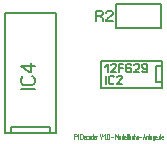
<source format=gbr>
%FSLAX34Y34*%
%MOMM*%
%LNSILK_TOP*%
G71*
G01*
%ADD10C,0.150*%
%ADD11C,0.127*%
%ADD12C,0.206*%
%ADD13C,0.159*%
%ADD14C,0.031*%
%LPD*%
G54D10*
X175859Y926100D02*
X175859Y949100D01*
X124759Y949100D01*
X124759Y926100D01*
X175859Y926100D01*
G54D10*
X175859Y931100D02*
X175859Y944100D01*
X170859Y944100D01*
X170859Y931100D01*
X175859Y931100D01*
G54D11*
X128625Y929198D02*
X128625Y936309D01*
G54D11*
X135381Y930531D02*
X134847Y929642D01*
X133781Y929198D01*
X132714Y929198D01*
X131647Y929642D01*
X131114Y930531D01*
X131114Y934976D01*
X131647Y935865D01*
X132714Y936309D01*
X133781Y936309D01*
X134847Y935865D01*
X135381Y934976D01*
G54D11*
X142137Y929198D02*
X137870Y929198D01*
X137870Y929642D01*
X138403Y930531D01*
X141603Y933198D01*
X142137Y934087D01*
X142137Y934976D01*
X141603Y935865D01*
X140537Y936309D01*
X139470Y936309D01*
X138403Y935865D01*
X137870Y934976D01*
G54D11*
X127669Y943664D02*
X130335Y946331D01*
X130335Y939220D01*
G54D11*
X137091Y939220D02*
X132825Y939220D01*
X132825Y939664D01*
X133358Y940553D01*
X136558Y943220D01*
X137091Y944108D01*
X137091Y944997D01*
X136558Y945886D01*
X135491Y946331D01*
X134425Y946331D01*
X133358Y945886D01*
X132825Y944997D01*
G54D11*
X139581Y939220D02*
X139581Y946331D01*
X143314Y946331D01*
G54D11*
X139581Y942775D02*
X143314Y942775D01*
G54D11*
X150069Y944997D02*
X149536Y945886D01*
X148469Y946331D01*
X147403Y946331D01*
X146336Y945886D01*
X145803Y944997D01*
X145803Y942775D01*
X145803Y942331D01*
X147403Y943220D01*
X148469Y943220D01*
X149536Y942775D01*
X150069Y941886D01*
X150069Y940553D01*
X149536Y939664D01*
X148469Y939220D01*
X147403Y939220D01*
X146336Y939664D01*
X145803Y940553D01*
X145803Y942775D01*
G54D11*
X156825Y939220D02*
X152559Y939220D01*
X152559Y939664D01*
X153092Y940553D01*
X156292Y943220D01*
X156825Y944108D01*
X156825Y944997D01*
X156292Y945886D01*
X155225Y946331D01*
X154159Y946331D01*
X153092Y945886D01*
X152559Y944997D01*
G54D11*
X159315Y940553D02*
X159848Y939664D01*
X160915Y939220D01*
X161981Y939220D01*
X163048Y939664D01*
X163581Y940553D01*
X163581Y942775D01*
X163581Y943220D01*
X161981Y942331D01*
X160915Y942331D01*
X159848Y942775D01*
X159315Y943664D01*
X159315Y944997D01*
X159848Y945886D01*
X160915Y946331D01*
X161981Y946331D01*
X163048Y945886D01*
X163581Y944997D01*
X163581Y942775D01*
G54D10*
X43000Y887834D02*
X86000Y887834D01*
X86000Y989734D01*
X43000Y989734D01*
X43000Y887834D01*
G54D10*
X48000Y887834D02*
X81000Y887834D01*
X81000Y892834D01*
X48000Y892834D01*
X48000Y887834D01*
G54D12*
X68155Y924699D02*
X56600Y924699D01*
G54D12*
X65989Y935677D02*
X67433Y934810D01*
X68155Y933077D01*
X68155Y931343D01*
X67433Y929610D01*
X65989Y928743D01*
X58766Y928743D01*
X57322Y929610D01*
X56600Y931343D01*
X56600Y933077D01*
X57322Y934810D01*
X58766Y935677D01*
G54D12*
X68155Y944920D02*
X56600Y944920D01*
X63822Y939720D01*
X65266Y939720D01*
X65266Y946654D01*
G54D10*
X137020Y976859D02*
X137020Y996859D01*
X175020Y996859D01*
X175020Y976859D01*
X137020Y976859D01*
G54D13*
X123062Y986938D02*
X125062Y985826D01*
X125728Y984715D01*
X125728Y982493D01*
G54D13*
X120395Y982493D02*
X120395Y991382D01*
X123728Y991382D01*
X125062Y990826D01*
X125728Y989715D01*
X125728Y988604D01*
X125062Y987493D01*
X123728Y986938D01*
X120395Y986938D01*
G54D13*
X134172Y982493D02*
X128839Y982493D01*
X128839Y983049D01*
X129506Y984160D01*
X133506Y987493D01*
X134172Y988604D01*
X134172Y989715D01*
X133506Y990826D01*
X132172Y991382D01*
X130839Y991382D01*
X129506Y990826D01*
X128839Y989715D01*
G54D14*
X101600Y882650D02*
X101600Y887094D01*
X103156Y887094D01*
G54D14*
X101600Y884872D02*
X103156Y884872D01*
G54D14*
X104045Y885428D02*
X105156Y887094D01*
X105156Y882650D01*
G54D14*
X106978Y882650D02*
X106978Y887094D01*
X108089Y887094D01*
X108534Y886817D01*
X108756Y886261D01*
X108756Y883483D01*
X108534Y882928D01*
X108089Y882650D01*
X106978Y882650D01*
G54D14*
X110978Y882928D02*
X110623Y882650D01*
X110178Y882650D01*
X109734Y882928D01*
X109645Y883483D01*
X109645Y884428D01*
X109867Y884983D01*
X110312Y885150D01*
X110756Y884983D01*
X110978Y884594D01*
X110978Y884039D01*
X109645Y884039D01*
G54D14*
X112978Y884983D02*
X112534Y885150D01*
X112089Y884983D01*
X111867Y884428D01*
X111867Y883317D01*
X112089Y882761D01*
X112534Y882650D01*
X112978Y882761D01*
G54D14*
X115200Y883317D02*
X115200Y884428D01*
X114978Y884983D01*
X114534Y885150D01*
X114089Y884983D01*
X113867Y884428D01*
X113867Y883317D01*
X114089Y882761D01*
X114534Y882650D01*
X114978Y882761D01*
X115200Y883317D01*
G54D14*
X117422Y882650D02*
X117422Y887094D01*
G54D14*
X117422Y884428D02*
X117200Y884983D01*
X116756Y885150D01*
X116311Y884983D01*
X116089Y884428D01*
X116089Y883317D01*
X116311Y882761D01*
X116756Y882650D01*
X117200Y882761D01*
X117422Y883317D01*
G54D14*
X119644Y882928D02*
X119289Y882650D01*
X118844Y882650D01*
X118400Y882928D01*
X118311Y883483D01*
X118311Y884428D01*
X118533Y884983D01*
X118978Y885150D01*
X119422Y884983D01*
X119644Y884594D01*
X119644Y884039D01*
X118311Y884039D01*
G54D14*
X120533Y882650D02*
X120533Y885150D01*
G54D14*
X120533Y884594D02*
X120977Y885150D01*
X121422Y885150D01*
G54D14*
X123244Y887094D02*
X124355Y882650D01*
X125466Y887094D01*
G54D14*
X126355Y885428D02*
X127466Y887094D01*
X127466Y882650D01*
G54D14*
X128355Y882650D02*
X128355Y882650D01*
G54D14*
X131022Y886261D02*
X131022Y883483D01*
X130800Y882928D01*
X130355Y882650D01*
X129911Y882650D01*
X129466Y882928D01*
X129244Y883483D01*
X129244Y886261D01*
X129466Y886817D01*
X129911Y887094D01*
X130355Y887094D01*
X130800Y886817D01*
X131022Y886261D01*
G54D14*
X132844Y884594D02*
X134622Y884594D01*
G54D14*
X136444Y882650D02*
X136444Y887094D01*
X137555Y884317D01*
X138666Y887094D01*
X138666Y882650D01*
G54D14*
X140888Y883317D02*
X140888Y884428D01*
X140666Y884983D01*
X140222Y885150D01*
X139777Y884983D01*
X139555Y884428D01*
X139555Y883317D01*
X139777Y882761D01*
X140222Y882650D01*
X140666Y882761D01*
X140888Y883317D01*
G54D14*
X143110Y882650D02*
X143110Y887094D01*
G54D14*
X143110Y884428D02*
X142888Y884983D01*
X142444Y885150D01*
X141999Y884983D01*
X141777Y884428D01*
X141777Y883317D01*
X141999Y882761D01*
X142444Y882650D01*
X142888Y882761D01*
X143110Y883317D01*
G54D14*
X145332Y882928D02*
X144977Y882650D01*
X144532Y882650D01*
X144088Y882928D01*
X143999Y883483D01*
X143999Y884428D01*
X144221Y884983D01*
X144666Y885150D01*
X145110Y884983D01*
X145332Y884594D01*
X145332Y884039D01*
X143999Y884039D01*
G54D14*
X146221Y882650D02*
X146221Y887094D01*
G54D14*
X147110Y882650D02*
X147110Y887094D01*
G54D14*
X147999Y882650D02*
X147999Y887094D01*
G54D14*
X147999Y884428D02*
X148221Y884983D01*
X148666Y885150D01*
X149110Y884983D01*
X149332Y884428D01*
X149332Y883317D01*
X149110Y882761D01*
X148666Y882650D01*
X148221Y882761D01*
X147999Y883317D01*
G54D14*
X150221Y884872D02*
X150665Y885150D01*
X151199Y885150D01*
X151554Y884594D01*
X151554Y882650D01*
G54D14*
X151554Y883483D02*
X151332Y884039D01*
X150888Y884150D01*
X150443Y884039D01*
X150221Y883483D01*
X150310Y882928D01*
X150665Y882650D01*
X150888Y882650D01*
X150977Y882650D01*
X151332Y882928D01*
X151554Y883483D01*
G54D14*
X152443Y882650D02*
X152443Y887094D01*
G54D14*
X152443Y884428D02*
X152665Y884983D01*
X153110Y885150D01*
X153554Y884983D01*
X153776Y884428D01*
X153776Y882650D01*
G54D14*
X154665Y882650D02*
X154665Y885150D01*
G54D14*
X154665Y884594D02*
X154887Y884983D01*
X155332Y885150D01*
X155776Y884983D01*
X155998Y884594D01*
X155998Y882650D01*
G54D14*
X156887Y884594D02*
X158665Y884594D01*
G54D14*
X159554Y882650D02*
X160665Y887094D01*
X161776Y882650D01*
G54D14*
X159998Y884317D02*
X161332Y884317D01*
G54D14*
X162665Y882650D02*
X162665Y885150D01*
G54D14*
X162665Y884594D02*
X162887Y884983D01*
X163332Y885150D01*
X163776Y884983D01*
X163998Y884594D01*
X163998Y882650D01*
G54D14*
X164887Y882650D02*
X164887Y887094D01*
G54D14*
X165776Y884872D02*
X166220Y885150D01*
X166754Y885150D01*
X167109Y884594D01*
X167109Y882650D01*
G54D14*
X167109Y883483D02*
X166887Y884039D01*
X166443Y884150D01*
X165998Y884039D01*
X165776Y883483D01*
X165865Y882928D01*
X166220Y882650D01*
X166443Y882650D01*
X166532Y882650D01*
X166887Y882928D01*
X167109Y883483D01*
G54D14*
X167998Y881817D02*
X168442Y881539D01*
X168754Y881539D01*
X169198Y881817D01*
X169331Y882372D01*
X169331Y885150D01*
G54D14*
X169331Y884428D02*
X169109Y884983D01*
X168665Y885150D01*
X168220Y884983D01*
X167998Y884428D01*
X167998Y883317D01*
X168220Y882761D01*
X168665Y882650D01*
X169109Y882761D01*
X169331Y883317D01*
G54D14*
X171553Y882928D02*
X171198Y882650D01*
X170753Y882650D01*
X170309Y882928D01*
X170220Y883483D01*
X170220Y884428D01*
X170442Y884983D01*
X170887Y885150D01*
X171331Y884983D01*
X171553Y884594D01*
X171553Y884039D01*
X170220Y884039D01*
G54D14*
X172442Y882650D02*
X172442Y882650D01*
G54D14*
X174664Y882650D02*
X174664Y887094D01*
G54D14*
X174664Y884428D02*
X174442Y884983D01*
X173998Y885150D01*
X173553Y884983D01*
X173331Y884428D01*
X173331Y883317D01*
X173553Y882761D01*
X173998Y882650D01*
X174442Y882761D01*
X174664Y883317D01*
G54D14*
X176886Y882928D02*
X176531Y882650D01*
X176086Y882650D01*
X175642Y882928D01*
X175553Y883483D01*
X175553Y884428D01*
X175775Y884983D01*
X176220Y885150D01*
X176664Y884983D01*
X176886Y884594D01*
X176886Y884039D01*
X175553Y884039D01*
M02*

</source>
